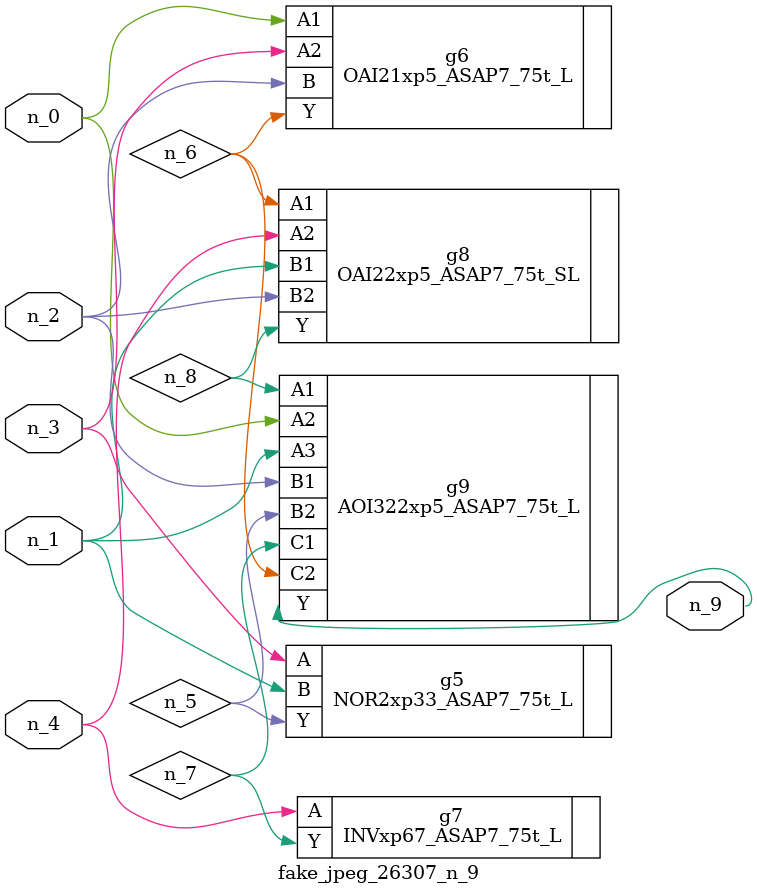
<source format=v>
module fake_jpeg_26307_n_9 (n_3, n_2, n_1, n_0, n_4, n_9);

input n_3;
input n_2;
input n_1;
input n_0;
input n_4;

output n_9;

wire n_8;
wire n_6;
wire n_5;
wire n_7;

NOR2xp33_ASAP7_75t_L g5 ( 
.A(n_3),
.B(n_1),
.Y(n_5)
);

OAI21xp5_ASAP7_75t_L g6 ( 
.A1(n_0),
.A2(n_3),
.B(n_2),
.Y(n_6)
);

INVxp67_ASAP7_75t_L g7 ( 
.A(n_4),
.Y(n_7)
);

OAI22xp5_ASAP7_75t_SL g8 ( 
.A1(n_6),
.A2(n_4),
.B1(n_1),
.B2(n_2),
.Y(n_8)
);

AOI322xp5_ASAP7_75t_L g9 ( 
.A1(n_8),
.A2(n_0),
.A3(n_1),
.B1(n_2),
.B2(n_5),
.C1(n_7),
.C2(n_6),
.Y(n_9)
);


endmodule
</source>
